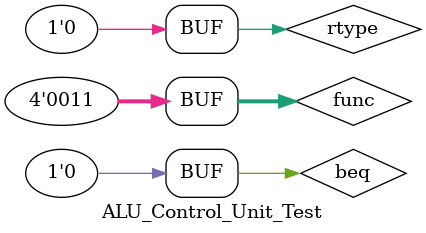
<source format=v>
`timescale 1ns / 1ps


module ALU_Control_Unit_Test;

	// Inputs
	reg [3:0] func;
	reg rtype;
	reg beq;

	// Outputs
	wire [3:0] out;

	// Instantiate the Unit Under Test (UUT)
	ALU_Control_Unit uut (
		.func(func), 
		.rtype(rtype), 
		.beq(beq), 
		.out(out)
	);

	initial begin
		// Initialize Inputs
		func = 4'b0011;
		rtype = 0;
		beq = 0;

		// Wait 100 ns for global reset to finish
		#100;
        
		// Add stimulus here
		func = 4'b0001;
		rtype = 1;
		beq = 0;
		
		#100;
		
		func = 4'b0010;
		rtype = 0;
		beq = 1;
		
		#100;
		
		func = 4'b0011;
		rtype = 1;
		beq = 1;
		
		#100;
		
		func = 4'b0010;
		rtype = 1;
		beq = 0;
		
		#100;
		
		func = 4'b0011;
		rtype = 0;
		beq = 1;
		
		#100;
		
		func = 4'b0010;
		rtype = 1;
		beq = 0;
		
		#100;
		
		func = 4'b0001;
		rtype = 0;
		beq = 1;
		
		#100;
		func = 4'b0011;
		rtype = 0;
		beq = 0;
	end
      
endmodule


</source>
